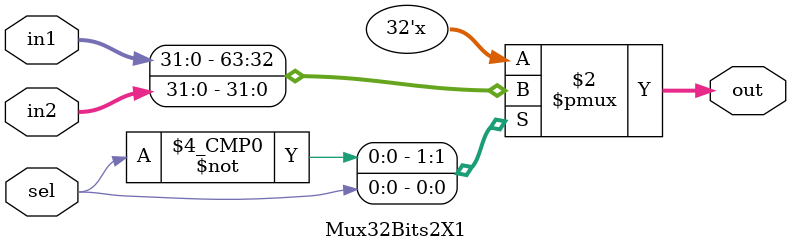
<source format=v>
`timescale 1ns / 1ps


module Mux32Bits2X1(
input sel ,
input [31:0]in1,
input [31:0]in2,
output reg[31:0]out );

always@(*)
begin
case(sel)
1'b0 :out=in1;
1'b1 :out=in2;
endcase
end
endmodule

</source>
